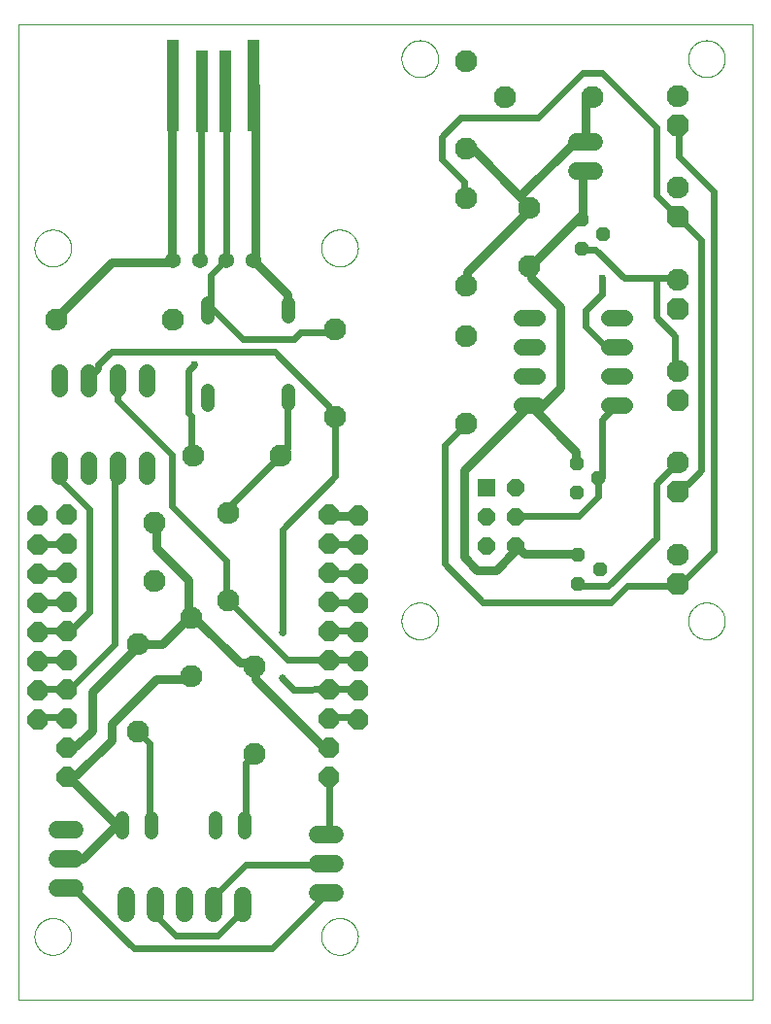
<source format=gtl>
G75*
%MOIN*%
%OFA0B0*%
%FSLAX25Y25*%
%IPPOS*%
%LPD*%
%AMOC8*
5,1,8,0,0,1.08239X$1,22.5*
%
%ADD10C,0.00000*%
%ADD11C,0.07600*%
%ADD12C,0.04800*%
%ADD13OC8,0.07000*%
%ADD14R,0.06000X0.06000*%
%ADD15OC8,0.06000*%
%ADD16C,0.06000*%
%ADD17OC8,0.07600*%
%ADD18OC8,0.04800*%
%ADD19C,0.05600*%
%ADD20R,0.03937X0.31811*%
%ADD21R,0.03937X0.27953*%
%ADD22C,0.05400*%
%ADD23C,0.03000*%
%ADD24C,0.02400*%
%ADD25C,0.02400*%
%ADD26C,0.02578*%
D10*
X0001000Y0001000D02*
X0001000Y0335646D01*
X0252969Y0335646D01*
X0252969Y0001000D01*
X0001000Y0001000D01*
X0006512Y0022654D02*
X0006514Y0022812D01*
X0006520Y0022970D01*
X0006530Y0023128D01*
X0006544Y0023286D01*
X0006562Y0023443D01*
X0006583Y0023600D01*
X0006609Y0023756D01*
X0006639Y0023912D01*
X0006672Y0024067D01*
X0006710Y0024220D01*
X0006751Y0024373D01*
X0006796Y0024525D01*
X0006845Y0024676D01*
X0006898Y0024825D01*
X0006954Y0024973D01*
X0007014Y0025119D01*
X0007078Y0025264D01*
X0007146Y0025407D01*
X0007217Y0025549D01*
X0007291Y0025689D01*
X0007369Y0025826D01*
X0007451Y0025962D01*
X0007535Y0026096D01*
X0007624Y0026227D01*
X0007715Y0026356D01*
X0007810Y0026483D01*
X0007907Y0026608D01*
X0008008Y0026730D01*
X0008112Y0026849D01*
X0008219Y0026966D01*
X0008329Y0027080D01*
X0008442Y0027191D01*
X0008557Y0027300D01*
X0008675Y0027405D01*
X0008796Y0027507D01*
X0008919Y0027607D01*
X0009045Y0027703D01*
X0009173Y0027796D01*
X0009303Y0027886D01*
X0009436Y0027972D01*
X0009571Y0028056D01*
X0009707Y0028135D01*
X0009846Y0028212D01*
X0009987Y0028284D01*
X0010129Y0028354D01*
X0010273Y0028419D01*
X0010419Y0028481D01*
X0010566Y0028539D01*
X0010715Y0028594D01*
X0010865Y0028645D01*
X0011016Y0028692D01*
X0011168Y0028735D01*
X0011321Y0028774D01*
X0011476Y0028810D01*
X0011631Y0028841D01*
X0011787Y0028869D01*
X0011943Y0028893D01*
X0012100Y0028913D01*
X0012258Y0028929D01*
X0012415Y0028941D01*
X0012574Y0028949D01*
X0012732Y0028953D01*
X0012890Y0028953D01*
X0013048Y0028949D01*
X0013207Y0028941D01*
X0013364Y0028929D01*
X0013522Y0028913D01*
X0013679Y0028893D01*
X0013835Y0028869D01*
X0013991Y0028841D01*
X0014146Y0028810D01*
X0014301Y0028774D01*
X0014454Y0028735D01*
X0014606Y0028692D01*
X0014757Y0028645D01*
X0014907Y0028594D01*
X0015056Y0028539D01*
X0015203Y0028481D01*
X0015349Y0028419D01*
X0015493Y0028354D01*
X0015635Y0028284D01*
X0015776Y0028212D01*
X0015915Y0028135D01*
X0016051Y0028056D01*
X0016186Y0027972D01*
X0016319Y0027886D01*
X0016449Y0027796D01*
X0016577Y0027703D01*
X0016703Y0027607D01*
X0016826Y0027507D01*
X0016947Y0027405D01*
X0017065Y0027300D01*
X0017180Y0027191D01*
X0017293Y0027080D01*
X0017403Y0026966D01*
X0017510Y0026849D01*
X0017614Y0026730D01*
X0017715Y0026608D01*
X0017812Y0026483D01*
X0017907Y0026356D01*
X0017998Y0026227D01*
X0018087Y0026096D01*
X0018171Y0025962D01*
X0018253Y0025826D01*
X0018331Y0025689D01*
X0018405Y0025549D01*
X0018476Y0025407D01*
X0018544Y0025264D01*
X0018608Y0025119D01*
X0018668Y0024973D01*
X0018724Y0024825D01*
X0018777Y0024676D01*
X0018826Y0024525D01*
X0018871Y0024373D01*
X0018912Y0024220D01*
X0018950Y0024067D01*
X0018983Y0023912D01*
X0019013Y0023756D01*
X0019039Y0023600D01*
X0019060Y0023443D01*
X0019078Y0023286D01*
X0019092Y0023128D01*
X0019102Y0022970D01*
X0019108Y0022812D01*
X0019110Y0022654D01*
X0019108Y0022496D01*
X0019102Y0022338D01*
X0019092Y0022180D01*
X0019078Y0022022D01*
X0019060Y0021865D01*
X0019039Y0021708D01*
X0019013Y0021552D01*
X0018983Y0021396D01*
X0018950Y0021241D01*
X0018912Y0021088D01*
X0018871Y0020935D01*
X0018826Y0020783D01*
X0018777Y0020632D01*
X0018724Y0020483D01*
X0018668Y0020335D01*
X0018608Y0020189D01*
X0018544Y0020044D01*
X0018476Y0019901D01*
X0018405Y0019759D01*
X0018331Y0019619D01*
X0018253Y0019482D01*
X0018171Y0019346D01*
X0018087Y0019212D01*
X0017998Y0019081D01*
X0017907Y0018952D01*
X0017812Y0018825D01*
X0017715Y0018700D01*
X0017614Y0018578D01*
X0017510Y0018459D01*
X0017403Y0018342D01*
X0017293Y0018228D01*
X0017180Y0018117D01*
X0017065Y0018008D01*
X0016947Y0017903D01*
X0016826Y0017801D01*
X0016703Y0017701D01*
X0016577Y0017605D01*
X0016449Y0017512D01*
X0016319Y0017422D01*
X0016186Y0017336D01*
X0016051Y0017252D01*
X0015915Y0017173D01*
X0015776Y0017096D01*
X0015635Y0017024D01*
X0015493Y0016954D01*
X0015349Y0016889D01*
X0015203Y0016827D01*
X0015056Y0016769D01*
X0014907Y0016714D01*
X0014757Y0016663D01*
X0014606Y0016616D01*
X0014454Y0016573D01*
X0014301Y0016534D01*
X0014146Y0016498D01*
X0013991Y0016467D01*
X0013835Y0016439D01*
X0013679Y0016415D01*
X0013522Y0016395D01*
X0013364Y0016379D01*
X0013207Y0016367D01*
X0013048Y0016359D01*
X0012890Y0016355D01*
X0012732Y0016355D01*
X0012574Y0016359D01*
X0012415Y0016367D01*
X0012258Y0016379D01*
X0012100Y0016395D01*
X0011943Y0016415D01*
X0011787Y0016439D01*
X0011631Y0016467D01*
X0011476Y0016498D01*
X0011321Y0016534D01*
X0011168Y0016573D01*
X0011016Y0016616D01*
X0010865Y0016663D01*
X0010715Y0016714D01*
X0010566Y0016769D01*
X0010419Y0016827D01*
X0010273Y0016889D01*
X0010129Y0016954D01*
X0009987Y0017024D01*
X0009846Y0017096D01*
X0009707Y0017173D01*
X0009571Y0017252D01*
X0009436Y0017336D01*
X0009303Y0017422D01*
X0009173Y0017512D01*
X0009045Y0017605D01*
X0008919Y0017701D01*
X0008796Y0017801D01*
X0008675Y0017903D01*
X0008557Y0018008D01*
X0008442Y0018117D01*
X0008329Y0018228D01*
X0008219Y0018342D01*
X0008112Y0018459D01*
X0008008Y0018578D01*
X0007907Y0018700D01*
X0007810Y0018825D01*
X0007715Y0018952D01*
X0007624Y0019081D01*
X0007535Y0019212D01*
X0007451Y0019346D01*
X0007369Y0019482D01*
X0007291Y0019619D01*
X0007217Y0019759D01*
X0007146Y0019901D01*
X0007078Y0020044D01*
X0007014Y0020189D01*
X0006954Y0020335D01*
X0006898Y0020483D01*
X0006845Y0020632D01*
X0006796Y0020783D01*
X0006751Y0020935D01*
X0006710Y0021088D01*
X0006672Y0021241D01*
X0006639Y0021396D01*
X0006609Y0021552D01*
X0006583Y0021708D01*
X0006562Y0021865D01*
X0006544Y0022022D01*
X0006530Y0022180D01*
X0006520Y0022338D01*
X0006514Y0022496D01*
X0006512Y0022654D01*
X0104937Y0022654D02*
X0104939Y0022812D01*
X0104945Y0022970D01*
X0104955Y0023128D01*
X0104969Y0023286D01*
X0104987Y0023443D01*
X0105008Y0023600D01*
X0105034Y0023756D01*
X0105064Y0023912D01*
X0105097Y0024067D01*
X0105135Y0024220D01*
X0105176Y0024373D01*
X0105221Y0024525D01*
X0105270Y0024676D01*
X0105323Y0024825D01*
X0105379Y0024973D01*
X0105439Y0025119D01*
X0105503Y0025264D01*
X0105571Y0025407D01*
X0105642Y0025549D01*
X0105716Y0025689D01*
X0105794Y0025826D01*
X0105876Y0025962D01*
X0105960Y0026096D01*
X0106049Y0026227D01*
X0106140Y0026356D01*
X0106235Y0026483D01*
X0106332Y0026608D01*
X0106433Y0026730D01*
X0106537Y0026849D01*
X0106644Y0026966D01*
X0106754Y0027080D01*
X0106867Y0027191D01*
X0106982Y0027300D01*
X0107100Y0027405D01*
X0107221Y0027507D01*
X0107344Y0027607D01*
X0107470Y0027703D01*
X0107598Y0027796D01*
X0107728Y0027886D01*
X0107861Y0027972D01*
X0107996Y0028056D01*
X0108132Y0028135D01*
X0108271Y0028212D01*
X0108412Y0028284D01*
X0108554Y0028354D01*
X0108698Y0028419D01*
X0108844Y0028481D01*
X0108991Y0028539D01*
X0109140Y0028594D01*
X0109290Y0028645D01*
X0109441Y0028692D01*
X0109593Y0028735D01*
X0109746Y0028774D01*
X0109901Y0028810D01*
X0110056Y0028841D01*
X0110212Y0028869D01*
X0110368Y0028893D01*
X0110525Y0028913D01*
X0110683Y0028929D01*
X0110840Y0028941D01*
X0110999Y0028949D01*
X0111157Y0028953D01*
X0111315Y0028953D01*
X0111473Y0028949D01*
X0111632Y0028941D01*
X0111789Y0028929D01*
X0111947Y0028913D01*
X0112104Y0028893D01*
X0112260Y0028869D01*
X0112416Y0028841D01*
X0112571Y0028810D01*
X0112726Y0028774D01*
X0112879Y0028735D01*
X0113031Y0028692D01*
X0113182Y0028645D01*
X0113332Y0028594D01*
X0113481Y0028539D01*
X0113628Y0028481D01*
X0113774Y0028419D01*
X0113918Y0028354D01*
X0114060Y0028284D01*
X0114201Y0028212D01*
X0114340Y0028135D01*
X0114476Y0028056D01*
X0114611Y0027972D01*
X0114744Y0027886D01*
X0114874Y0027796D01*
X0115002Y0027703D01*
X0115128Y0027607D01*
X0115251Y0027507D01*
X0115372Y0027405D01*
X0115490Y0027300D01*
X0115605Y0027191D01*
X0115718Y0027080D01*
X0115828Y0026966D01*
X0115935Y0026849D01*
X0116039Y0026730D01*
X0116140Y0026608D01*
X0116237Y0026483D01*
X0116332Y0026356D01*
X0116423Y0026227D01*
X0116512Y0026096D01*
X0116596Y0025962D01*
X0116678Y0025826D01*
X0116756Y0025689D01*
X0116830Y0025549D01*
X0116901Y0025407D01*
X0116969Y0025264D01*
X0117033Y0025119D01*
X0117093Y0024973D01*
X0117149Y0024825D01*
X0117202Y0024676D01*
X0117251Y0024525D01*
X0117296Y0024373D01*
X0117337Y0024220D01*
X0117375Y0024067D01*
X0117408Y0023912D01*
X0117438Y0023756D01*
X0117464Y0023600D01*
X0117485Y0023443D01*
X0117503Y0023286D01*
X0117517Y0023128D01*
X0117527Y0022970D01*
X0117533Y0022812D01*
X0117535Y0022654D01*
X0117533Y0022496D01*
X0117527Y0022338D01*
X0117517Y0022180D01*
X0117503Y0022022D01*
X0117485Y0021865D01*
X0117464Y0021708D01*
X0117438Y0021552D01*
X0117408Y0021396D01*
X0117375Y0021241D01*
X0117337Y0021088D01*
X0117296Y0020935D01*
X0117251Y0020783D01*
X0117202Y0020632D01*
X0117149Y0020483D01*
X0117093Y0020335D01*
X0117033Y0020189D01*
X0116969Y0020044D01*
X0116901Y0019901D01*
X0116830Y0019759D01*
X0116756Y0019619D01*
X0116678Y0019482D01*
X0116596Y0019346D01*
X0116512Y0019212D01*
X0116423Y0019081D01*
X0116332Y0018952D01*
X0116237Y0018825D01*
X0116140Y0018700D01*
X0116039Y0018578D01*
X0115935Y0018459D01*
X0115828Y0018342D01*
X0115718Y0018228D01*
X0115605Y0018117D01*
X0115490Y0018008D01*
X0115372Y0017903D01*
X0115251Y0017801D01*
X0115128Y0017701D01*
X0115002Y0017605D01*
X0114874Y0017512D01*
X0114744Y0017422D01*
X0114611Y0017336D01*
X0114476Y0017252D01*
X0114340Y0017173D01*
X0114201Y0017096D01*
X0114060Y0017024D01*
X0113918Y0016954D01*
X0113774Y0016889D01*
X0113628Y0016827D01*
X0113481Y0016769D01*
X0113332Y0016714D01*
X0113182Y0016663D01*
X0113031Y0016616D01*
X0112879Y0016573D01*
X0112726Y0016534D01*
X0112571Y0016498D01*
X0112416Y0016467D01*
X0112260Y0016439D01*
X0112104Y0016415D01*
X0111947Y0016395D01*
X0111789Y0016379D01*
X0111632Y0016367D01*
X0111473Y0016359D01*
X0111315Y0016355D01*
X0111157Y0016355D01*
X0110999Y0016359D01*
X0110840Y0016367D01*
X0110683Y0016379D01*
X0110525Y0016395D01*
X0110368Y0016415D01*
X0110212Y0016439D01*
X0110056Y0016467D01*
X0109901Y0016498D01*
X0109746Y0016534D01*
X0109593Y0016573D01*
X0109441Y0016616D01*
X0109290Y0016663D01*
X0109140Y0016714D01*
X0108991Y0016769D01*
X0108844Y0016827D01*
X0108698Y0016889D01*
X0108554Y0016954D01*
X0108412Y0017024D01*
X0108271Y0017096D01*
X0108132Y0017173D01*
X0107996Y0017252D01*
X0107861Y0017336D01*
X0107728Y0017422D01*
X0107598Y0017512D01*
X0107470Y0017605D01*
X0107344Y0017701D01*
X0107221Y0017801D01*
X0107100Y0017903D01*
X0106982Y0018008D01*
X0106867Y0018117D01*
X0106754Y0018228D01*
X0106644Y0018342D01*
X0106537Y0018459D01*
X0106433Y0018578D01*
X0106332Y0018700D01*
X0106235Y0018825D01*
X0106140Y0018952D01*
X0106049Y0019081D01*
X0105960Y0019212D01*
X0105876Y0019346D01*
X0105794Y0019482D01*
X0105716Y0019619D01*
X0105642Y0019759D01*
X0105571Y0019901D01*
X0105503Y0020044D01*
X0105439Y0020189D01*
X0105379Y0020335D01*
X0105323Y0020483D01*
X0105270Y0020632D01*
X0105221Y0020783D01*
X0105176Y0020935D01*
X0105135Y0021088D01*
X0105097Y0021241D01*
X0105064Y0021396D01*
X0105034Y0021552D01*
X0105008Y0021708D01*
X0104987Y0021865D01*
X0104969Y0022022D01*
X0104955Y0022180D01*
X0104945Y0022338D01*
X0104939Y0022496D01*
X0104937Y0022654D01*
X0132496Y0130921D02*
X0132498Y0131079D01*
X0132504Y0131237D01*
X0132514Y0131395D01*
X0132528Y0131553D01*
X0132546Y0131710D01*
X0132567Y0131867D01*
X0132593Y0132023D01*
X0132623Y0132179D01*
X0132656Y0132334D01*
X0132694Y0132487D01*
X0132735Y0132640D01*
X0132780Y0132792D01*
X0132829Y0132943D01*
X0132882Y0133092D01*
X0132938Y0133240D01*
X0132998Y0133386D01*
X0133062Y0133531D01*
X0133130Y0133674D01*
X0133201Y0133816D01*
X0133275Y0133956D01*
X0133353Y0134093D01*
X0133435Y0134229D01*
X0133519Y0134363D01*
X0133608Y0134494D01*
X0133699Y0134623D01*
X0133794Y0134750D01*
X0133891Y0134875D01*
X0133992Y0134997D01*
X0134096Y0135116D01*
X0134203Y0135233D01*
X0134313Y0135347D01*
X0134426Y0135458D01*
X0134541Y0135567D01*
X0134659Y0135672D01*
X0134780Y0135774D01*
X0134903Y0135874D01*
X0135029Y0135970D01*
X0135157Y0136063D01*
X0135287Y0136153D01*
X0135420Y0136239D01*
X0135555Y0136323D01*
X0135691Y0136402D01*
X0135830Y0136479D01*
X0135971Y0136551D01*
X0136113Y0136621D01*
X0136257Y0136686D01*
X0136403Y0136748D01*
X0136550Y0136806D01*
X0136699Y0136861D01*
X0136849Y0136912D01*
X0137000Y0136959D01*
X0137152Y0137002D01*
X0137305Y0137041D01*
X0137460Y0137077D01*
X0137615Y0137108D01*
X0137771Y0137136D01*
X0137927Y0137160D01*
X0138084Y0137180D01*
X0138242Y0137196D01*
X0138399Y0137208D01*
X0138558Y0137216D01*
X0138716Y0137220D01*
X0138874Y0137220D01*
X0139032Y0137216D01*
X0139191Y0137208D01*
X0139348Y0137196D01*
X0139506Y0137180D01*
X0139663Y0137160D01*
X0139819Y0137136D01*
X0139975Y0137108D01*
X0140130Y0137077D01*
X0140285Y0137041D01*
X0140438Y0137002D01*
X0140590Y0136959D01*
X0140741Y0136912D01*
X0140891Y0136861D01*
X0141040Y0136806D01*
X0141187Y0136748D01*
X0141333Y0136686D01*
X0141477Y0136621D01*
X0141619Y0136551D01*
X0141760Y0136479D01*
X0141899Y0136402D01*
X0142035Y0136323D01*
X0142170Y0136239D01*
X0142303Y0136153D01*
X0142433Y0136063D01*
X0142561Y0135970D01*
X0142687Y0135874D01*
X0142810Y0135774D01*
X0142931Y0135672D01*
X0143049Y0135567D01*
X0143164Y0135458D01*
X0143277Y0135347D01*
X0143387Y0135233D01*
X0143494Y0135116D01*
X0143598Y0134997D01*
X0143699Y0134875D01*
X0143796Y0134750D01*
X0143891Y0134623D01*
X0143982Y0134494D01*
X0144071Y0134363D01*
X0144155Y0134229D01*
X0144237Y0134093D01*
X0144315Y0133956D01*
X0144389Y0133816D01*
X0144460Y0133674D01*
X0144528Y0133531D01*
X0144592Y0133386D01*
X0144652Y0133240D01*
X0144708Y0133092D01*
X0144761Y0132943D01*
X0144810Y0132792D01*
X0144855Y0132640D01*
X0144896Y0132487D01*
X0144934Y0132334D01*
X0144967Y0132179D01*
X0144997Y0132023D01*
X0145023Y0131867D01*
X0145044Y0131710D01*
X0145062Y0131553D01*
X0145076Y0131395D01*
X0145086Y0131237D01*
X0145092Y0131079D01*
X0145094Y0130921D01*
X0145092Y0130763D01*
X0145086Y0130605D01*
X0145076Y0130447D01*
X0145062Y0130289D01*
X0145044Y0130132D01*
X0145023Y0129975D01*
X0144997Y0129819D01*
X0144967Y0129663D01*
X0144934Y0129508D01*
X0144896Y0129355D01*
X0144855Y0129202D01*
X0144810Y0129050D01*
X0144761Y0128899D01*
X0144708Y0128750D01*
X0144652Y0128602D01*
X0144592Y0128456D01*
X0144528Y0128311D01*
X0144460Y0128168D01*
X0144389Y0128026D01*
X0144315Y0127886D01*
X0144237Y0127749D01*
X0144155Y0127613D01*
X0144071Y0127479D01*
X0143982Y0127348D01*
X0143891Y0127219D01*
X0143796Y0127092D01*
X0143699Y0126967D01*
X0143598Y0126845D01*
X0143494Y0126726D01*
X0143387Y0126609D01*
X0143277Y0126495D01*
X0143164Y0126384D01*
X0143049Y0126275D01*
X0142931Y0126170D01*
X0142810Y0126068D01*
X0142687Y0125968D01*
X0142561Y0125872D01*
X0142433Y0125779D01*
X0142303Y0125689D01*
X0142170Y0125603D01*
X0142035Y0125519D01*
X0141899Y0125440D01*
X0141760Y0125363D01*
X0141619Y0125291D01*
X0141477Y0125221D01*
X0141333Y0125156D01*
X0141187Y0125094D01*
X0141040Y0125036D01*
X0140891Y0124981D01*
X0140741Y0124930D01*
X0140590Y0124883D01*
X0140438Y0124840D01*
X0140285Y0124801D01*
X0140130Y0124765D01*
X0139975Y0124734D01*
X0139819Y0124706D01*
X0139663Y0124682D01*
X0139506Y0124662D01*
X0139348Y0124646D01*
X0139191Y0124634D01*
X0139032Y0124626D01*
X0138874Y0124622D01*
X0138716Y0124622D01*
X0138558Y0124626D01*
X0138399Y0124634D01*
X0138242Y0124646D01*
X0138084Y0124662D01*
X0137927Y0124682D01*
X0137771Y0124706D01*
X0137615Y0124734D01*
X0137460Y0124765D01*
X0137305Y0124801D01*
X0137152Y0124840D01*
X0137000Y0124883D01*
X0136849Y0124930D01*
X0136699Y0124981D01*
X0136550Y0125036D01*
X0136403Y0125094D01*
X0136257Y0125156D01*
X0136113Y0125221D01*
X0135971Y0125291D01*
X0135830Y0125363D01*
X0135691Y0125440D01*
X0135555Y0125519D01*
X0135420Y0125603D01*
X0135287Y0125689D01*
X0135157Y0125779D01*
X0135029Y0125872D01*
X0134903Y0125968D01*
X0134780Y0126068D01*
X0134659Y0126170D01*
X0134541Y0126275D01*
X0134426Y0126384D01*
X0134313Y0126495D01*
X0134203Y0126609D01*
X0134096Y0126726D01*
X0133992Y0126845D01*
X0133891Y0126967D01*
X0133794Y0127092D01*
X0133699Y0127219D01*
X0133608Y0127348D01*
X0133519Y0127479D01*
X0133435Y0127613D01*
X0133353Y0127749D01*
X0133275Y0127886D01*
X0133201Y0128026D01*
X0133130Y0128168D01*
X0133062Y0128311D01*
X0132998Y0128456D01*
X0132938Y0128602D01*
X0132882Y0128750D01*
X0132829Y0128899D01*
X0132780Y0129050D01*
X0132735Y0129202D01*
X0132694Y0129355D01*
X0132656Y0129508D01*
X0132623Y0129663D01*
X0132593Y0129819D01*
X0132567Y0129975D01*
X0132546Y0130132D01*
X0132528Y0130289D01*
X0132514Y0130447D01*
X0132504Y0130605D01*
X0132498Y0130763D01*
X0132496Y0130921D01*
X0104937Y0258874D02*
X0104939Y0259032D01*
X0104945Y0259190D01*
X0104955Y0259348D01*
X0104969Y0259506D01*
X0104987Y0259663D01*
X0105008Y0259820D01*
X0105034Y0259976D01*
X0105064Y0260132D01*
X0105097Y0260287D01*
X0105135Y0260440D01*
X0105176Y0260593D01*
X0105221Y0260745D01*
X0105270Y0260896D01*
X0105323Y0261045D01*
X0105379Y0261193D01*
X0105439Y0261339D01*
X0105503Y0261484D01*
X0105571Y0261627D01*
X0105642Y0261769D01*
X0105716Y0261909D01*
X0105794Y0262046D01*
X0105876Y0262182D01*
X0105960Y0262316D01*
X0106049Y0262447D01*
X0106140Y0262576D01*
X0106235Y0262703D01*
X0106332Y0262828D01*
X0106433Y0262950D01*
X0106537Y0263069D01*
X0106644Y0263186D01*
X0106754Y0263300D01*
X0106867Y0263411D01*
X0106982Y0263520D01*
X0107100Y0263625D01*
X0107221Y0263727D01*
X0107344Y0263827D01*
X0107470Y0263923D01*
X0107598Y0264016D01*
X0107728Y0264106D01*
X0107861Y0264192D01*
X0107996Y0264276D01*
X0108132Y0264355D01*
X0108271Y0264432D01*
X0108412Y0264504D01*
X0108554Y0264574D01*
X0108698Y0264639D01*
X0108844Y0264701D01*
X0108991Y0264759D01*
X0109140Y0264814D01*
X0109290Y0264865D01*
X0109441Y0264912D01*
X0109593Y0264955D01*
X0109746Y0264994D01*
X0109901Y0265030D01*
X0110056Y0265061D01*
X0110212Y0265089D01*
X0110368Y0265113D01*
X0110525Y0265133D01*
X0110683Y0265149D01*
X0110840Y0265161D01*
X0110999Y0265169D01*
X0111157Y0265173D01*
X0111315Y0265173D01*
X0111473Y0265169D01*
X0111632Y0265161D01*
X0111789Y0265149D01*
X0111947Y0265133D01*
X0112104Y0265113D01*
X0112260Y0265089D01*
X0112416Y0265061D01*
X0112571Y0265030D01*
X0112726Y0264994D01*
X0112879Y0264955D01*
X0113031Y0264912D01*
X0113182Y0264865D01*
X0113332Y0264814D01*
X0113481Y0264759D01*
X0113628Y0264701D01*
X0113774Y0264639D01*
X0113918Y0264574D01*
X0114060Y0264504D01*
X0114201Y0264432D01*
X0114340Y0264355D01*
X0114476Y0264276D01*
X0114611Y0264192D01*
X0114744Y0264106D01*
X0114874Y0264016D01*
X0115002Y0263923D01*
X0115128Y0263827D01*
X0115251Y0263727D01*
X0115372Y0263625D01*
X0115490Y0263520D01*
X0115605Y0263411D01*
X0115718Y0263300D01*
X0115828Y0263186D01*
X0115935Y0263069D01*
X0116039Y0262950D01*
X0116140Y0262828D01*
X0116237Y0262703D01*
X0116332Y0262576D01*
X0116423Y0262447D01*
X0116512Y0262316D01*
X0116596Y0262182D01*
X0116678Y0262046D01*
X0116756Y0261909D01*
X0116830Y0261769D01*
X0116901Y0261627D01*
X0116969Y0261484D01*
X0117033Y0261339D01*
X0117093Y0261193D01*
X0117149Y0261045D01*
X0117202Y0260896D01*
X0117251Y0260745D01*
X0117296Y0260593D01*
X0117337Y0260440D01*
X0117375Y0260287D01*
X0117408Y0260132D01*
X0117438Y0259976D01*
X0117464Y0259820D01*
X0117485Y0259663D01*
X0117503Y0259506D01*
X0117517Y0259348D01*
X0117527Y0259190D01*
X0117533Y0259032D01*
X0117535Y0258874D01*
X0117533Y0258716D01*
X0117527Y0258558D01*
X0117517Y0258400D01*
X0117503Y0258242D01*
X0117485Y0258085D01*
X0117464Y0257928D01*
X0117438Y0257772D01*
X0117408Y0257616D01*
X0117375Y0257461D01*
X0117337Y0257308D01*
X0117296Y0257155D01*
X0117251Y0257003D01*
X0117202Y0256852D01*
X0117149Y0256703D01*
X0117093Y0256555D01*
X0117033Y0256409D01*
X0116969Y0256264D01*
X0116901Y0256121D01*
X0116830Y0255979D01*
X0116756Y0255839D01*
X0116678Y0255702D01*
X0116596Y0255566D01*
X0116512Y0255432D01*
X0116423Y0255301D01*
X0116332Y0255172D01*
X0116237Y0255045D01*
X0116140Y0254920D01*
X0116039Y0254798D01*
X0115935Y0254679D01*
X0115828Y0254562D01*
X0115718Y0254448D01*
X0115605Y0254337D01*
X0115490Y0254228D01*
X0115372Y0254123D01*
X0115251Y0254021D01*
X0115128Y0253921D01*
X0115002Y0253825D01*
X0114874Y0253732D01*
X0114744Y0253642D01*
X0114611Y0253556D01*
X0114476Y0253472D01*
X0114340Y0253393D01*
X0114201Y0253316D01*
X0114060Y0253244D01*
X0113918Y0253174D01*
X0113774Y0253109D01*
X0113628Y0253047D01*
X0113481Y0252989D01*
X0113332Y0252934D01*
X0113182Y0252883D01*
X0113031Y0252836D01*
X0112879Y0252793D01*
X0112726Y0252754D01*
X0112571Y0252718D01*
X0112416Y0252687D01*
X0112260Y0252659D01*
X0112104Y0252635D01*
X0111947Y0252615D01*
X0111789Y0252599D01*
X0111632Y0252587D01*
X0111473Y0252579D01*
X0111315Y0252575D01*
X0111157Y0252575D01*
X0110999Y0252579D01*
X0110840Y0252587D01*
X0110683Y0252599D01*
X0110525Y0252615D01*
X0110368Y0252635D01*
X0110212Y0252659D01*
X0110056Y0252687D01*
X0109901Y0252718D01*
X0109746Y0252754D01*
X0109593Y0252793D01*
X0109441Y0252836D01*
X0109290Y0252883D01*
X0109140Y0252934D01*
X0108991Y0252989D01*
X0108844Y0253047D01*
X0108698Y0253109D01*
X0108554Y0253174D01*
X0108412Y0253244D01*
X0108271Y0253316D01*
X0108132Y0253393D01*
X0107996Y0253472D01*
X0107861Y0253556D01*
X0107728Y0253642D01*
X0107598Y0253732D01*
X0107470Y0253825D01*
X0107344Y0253921D01*
X0107221Y0254021D01*
X0107100Y0254123D01*
X0106982Y0254228D01*
X0106867Y0254337D01*
X0106754Y0254448D01*
X0106644Y0254562D01*
X0106537Y0254679D01*
X0106433Y0254798D01*
X0106332Y0254920D01*
X0106235Y0255045D01*
X0106140Y0255172D01*
X0106049Y0255301D01*
X0105960Y0255432D01*
X0105876Y0255566D01*
X0105794Y0255702D01*
X0105716Y0255839D01*
X0105642Y0255979D01*
X0105571Y0256121D01*
X0105503Y0256264D01*
X0105439Y0256409D01*
X0105379Y0256555D01*
X0105323Y0256703D01*
X0105270Y0256852D01*
X0105221Y0257003D01*
X0105176Y0257155D01*
X0105135Y0257308D01*
X0105097Y0257461D01*
X0105064Y0257616D01*
X0105034Y0257772D01*
X0105008Y0257928D01*
X0104987Y0258085D01*
X0104969Y0258242D01*
X0104955Y0258400D01*
X0104945Y0258558D01*
X0104939Y0258716D01*
X0104937Y0258874D01*
X0132496Y0323835D02*
X0132498Y0323993D01*
X0132504Y0324151D01*
X0132514Y0324309D01*
X0132528Y0324467D01*
X0132546Y0324624D01*
X0132567Y0324781D01*
X0132593Y0324937D01*
X0132623Y0325093D01*
X0132656Y0325248D01*
X0132694Y0325401D01*
X0132735Y0325554D01*
X0132780Y0325706D01*
X0132829Y0325857D01*
X0132882Y0326006D01*
X0132938Y0326154D01*
X0132998Y0326300D01*
X0133062Y0326445D01*
X0133130Y0326588D01*
X0133201Y0326730D01*
X0133275Y0326870D01*
X0133353Y0327007D01*
X0133435Y0327143D01*
X0133519Y0327277D01*
X0133608Y0327408D01*
X0133699Y0327537D01*
X0133794Y0327664D01*
X0133891Y0327789D01*
X0133992Y0327911D01*
X0134096Y0328030D01*
X0134203Y0328147D01*
X0134313Y0328261D01*
X0134426Y0328372D01*
X0134541Y0328481D01*
X0134659Y0328586D01*
X0134780Y0328688D01*
X0134903Y0328788D01*
X0135029Y0328884D01*
X0135157Y0328977D01*
X0135287Y0329067D01*
X0135420Y0329153D01*
X0135555Y0329237D01*
X0135691Y0329316D01*
X0135830Y0329393D01*
X0135971Y0329465D01*
X0136113Y0329535D01*
X0136257Y0329600D01*
X0136403Y0329662D01*
X0136550Y0329720D01*
X0136699Y0329775D01*
X0136849Y0329826D01*
X0137000Y0329873D01*
X0137152Y0329916D01*
X0137305Y0329955D01*
X0137460Y0329991D01*
X0137615Y0330022D01*
X0137771Y0330050D01*
X0137927Y0330074D01*
X0138084Y0330094D01*
X0138242Y0330110D01*
X0138399Y0330122D01*
X0138558Y0330130D01*
X0138716Y0330134D01*
X0138874Y0330134D01*
X0139032Y0330130D01*
X0139191Y0330122D01*
X0139348Y0330110D01*
X0139506Y0330094D01*
X0139663Y0330074D01*
X0139819Y0330050D01*
X0139975Y0330022D01*
X0140130Y0329991D01*
X0140285Y0329955D01*
X0140438Y0329916D01*
X0140590Y0329873D01*
X0140741Y0329826D01*
X0140891Y0329775D01*
X0141040Y0329720D01*
X0141187Y0329662D01*
X0141333Y0329600D01*
X0141477Y0329535D01*
X0141619Y0329465D01*
X0141760Y0329393D01*
X0141899Y0329316D01*
X0142035Y0329237D01*
X0142170Y0329153D01*
X0142303Y0329067D01*
X0142433Y0328977D01*
X0142561Y0328884D01*
X0142687Y0328788D01*
X0142810Y0328688D01*
X0142931Y0328586D01*
X0143049Y0328481D01*
X0143164Y0328372D01*
X0143277Y0328261D01*
X0143387Y0328147D01*
X0143494Y0328030D01*
X0143598Y0327911D01*
X0143699Y0327789D01*
X0143796Y0327664D01*
X0143891Y0327537D01*
X0143982Y0327408D01*
X0144071Y0327277D01*
X0144155Y0327143D01*
X0144237Y0327007D01*
X0144315Y0326870D01*
X0144389Y0326730D01*
X0144460Y0326588D01*
X0144528Y0326445D01*
X0144592Y0326300D01*
X0144652Y0326154D01*
X0144708Y0326006D01*
X0144761Y0325857D01*
X0144810Y0325706D01*
X0144855Y0325554D01*
X0144896Y0325401D01*
X0144934Y0325248D01*
X0144967Y0325093D01*
X0144997Y0324937D01*
X0145023Y0324781D01*
X0145044Y0324624D01*
X0145062Y0324467D01*
X0145076Y0324309D01*
X0145086Y0324151D01*
X0145092Y0323993D01*
X0145094Y0323835D01*
X0145092Y0323677D01*
X0145086Y0323519D01*
X0145076Y0323361D01*
X0145062Y0323203D01*
X0145044Y0323046D01*
X0145023Y0322889D01*
X0144997Y0322733D01*
X0144967Y0322577D01*
X0144934Y0322422D01*
X0144896Y0322269D01*
X0144855Y0322116D01*
X0144810Y0321964D01*
X0144761Y0321813D01*
X0144708Y0321664D01*
X0144652Y0321516D01*
X0144592Y0321370D01*
X0144528Y0321225D01*
X0144460Y0321082D01*
X0144389Y0320940D01*
X0144315Y0320800D01*
X0144237Y0320663D01*
X0144155Y0320527D01*
X0144071Y0320393D01*
X0143982Y0320262D01*
X0143891Y0320133D01*
X0143796Y0320006D01*
X0143699Y0319881D01*
X0143598Y0319759D01*
X0143494Y0319640D01*
X0143387Y0319523D01*
X0143277Y0319409D01*
X0143164Y0319298D01*
X0143049Y0319189D01*
X0142931Y0319084D01*
X0142810Y0318982D01*
X0142687Y0318882D01*
X0142561Y0318786D01*
X0142433Y0318693D01*
X0142303Y0318603D01*
X0142170Y0318517D01*
X0142035Y0318433D01*
X0141899Y0318354D01*
X0141760Y0318277D01*
X0141619Y0318205D01*
X0141477Y0318135D01*
X0141333Y0318070D01*
X0141187Y0318008D01*
X0141040Y0317950D01*
X0140891Y0317895D01*
X0140741Y0317844D01*
X0140590Y0317797D01*
X0140438Y0317754D01*
X0140285Y0317715D01*
X0140130Y0317679D01*
X0139975Y0317648D01*
X0139819Y0317620D01*
X0139663Y0317596D01*
X0139506Y0317576D01*
X0139348Y0317560D01*
X0139191Y0317548D01*
X0139032Y0317540D01*
X0138874Y0317536D01*
X0138716Y0317536D01*
X0138558Y0317540D01*
X0138399Y0317548D01*
X0138242Y0317560D01*
X0138084Y0317576D01*
X0137927Y0317596D01*
X0137771Y0317620D01*
X0137615Y0317648D01*
X0137460Y0317679D01*
X0137305Y0317715D01*
X0137152Y0317754D01*
X0137000Y0317797D01*
X0136849Y0317844D01*
X0136699Y0317895D01*
X0136550Y0317950D01*
X0136403Y0318008D01*
X0136257Y0318070D01*
X0136113Y0318135D01*
X0135971Y0318205D01*
X0135830Y0318277D01*
X0135691Y0318354D01*
X0135555Y0318433D01*
X0135420Y0318517D01*
X0135287Y0318603D01*
X0135157Y0318693D01*
X0135029Y0318786D01*
X0134903Y0318882D01*
X0134780Y0318982D01*
X0134659Y0319084D01*
X0134541Y0319189D01*
X0134426Y0319298D01*
X0134313Y0319409D01*
X0134203Y0319523D01*
X0134096Y0319640D01*
X0133992Y0319759D01*
X0133891Y0319881D01*
X0133794Y0320006D01*
X0133699Y0320133D01*
X0133608Y0320262D01*
X0133519Y0320393D01*
X0133435Y0320527D01*
X0133353Y0320663D01*
X0133275Y0320800D01*
X0133201Y0320940D01*
X0133130Y0321082D01*
X0133062Y0321225D01*
X0132998Y0321370D01*
X0132938Y0321516D01*
X0132882Y0321664D01*
X0132829Y0321813D01*
X0132780Y0321964D01*
X0132735Y0322116D01*
X0132694Y0322269D01*
X0132656Y0322422D01*
X0132623Y0322577D01*
X0132593Y0322733D01*
X0132567Y0322889D01*
X0132546Y0323046D01*
X0132528Y0323203D01*
X0132514Y0323361D01*
X0132504Y0323519D01*
X0132498Y0323677D01*
X0132496Y0323835D01*
X0230921Y0323835D02*
X0230923Y0323993D01*
X0230929Y0324151D01*
X0230939Y0324309D01*
X0230953Y0324467D01*
X0230971Y0324624D01*
X0230992Y0324781D01*
X0231018Y0324937D01*
X0231048Y0325093D01*
X0231081Y0325248D01*
X0231119Y0325401D01*
X0231160Y0325554D01*
X0231205Y0325706D01*
X0231254Y0325857D01*
X0231307Y0326006D01*
X0231363Y0326154D01*
X0231423Y0326300D01*
X0231487Y0326445D01*
X0231555Y0326588D01*
X0231626Y0326730D01*
X0231700Y0326870D01*
X0231778Y0327007D01*
X0231860Y0327143D01*
X0231944Y0327277D01*
X0232033Y0327408D01*
X0232124Y0327537D01*
X0232219Y0327664D01*
X0232316Y0327789D01*
X0232417Y0327911D01*
X0232521Y0328030D01*
X0232628Y0328147D01*
X0232738Y0328261D01*
X0232851Y0328372D01*
X0232966Y0328481D01*
X0233084Y0328586D01*
X0233205Y0328688D01*
X0233328Y0328788D01*
X0233454Y0328884D01*
X0233582Y0328977D01*
X0233712Y0329067D01*
X0233845Y0329153D01*
X0233980Y0329237D01*
X0234116Y0329316D01*
X0234255Y0329393D01*
X0234396Y0329465D01*
X0234538Y0329535D01*
X0234682Y0329600D01*
X0234828Y0329662D01*
X0234975Y0329720D01*
X0235124Y0329775D01*
X0235274Y0329826D01*
X0235425Y0329873D01*
X0235577Y0329916D01*
X0235730Y0329955D01*
X0235885Y0329991D01*
X0236040Y0330022D01*
X0236196Y0330050D01*
X0236352Y0330074D01*
X0236509Y0330094D01*
X0236667Y0330110D01*
X0236824Y0330122D01*
X0236983Y0330130D01*
X0237141Y0330134D01*
X0237299Y0330134D01*
X0237457Y0330130D01*
X0237616Y0330122D01*
X0237773Y0330110D01*
X0237931Y0330094D01*
X0238088Y0330074D01*
X0238244Y0330050D01*
X0238400Y0330022D01*
X0238555Y0329991D01*
X0238710Y0329955D01*
X0238863Y0329916D01*
X0239015Y0329873D01*
X0239166Y0329826D01*
X0239316Y0329775D01*
X0239465Y0329720D01*
X0239612Y0329662D01*
X0239758Y0329600D01*
X0239902Y0329535D01*
X0240044Y0329465D01*
X0240185Y0329393D01*
X0240324Y0329316D01*
X0240460Y0329237D01*
X0240595Y0329153D01*
X0240728Y0329067D01*
X0240858Y0328977D01*
X0240986Y0328884D01*
X0241112Y0328788D01*
X0241235Y0328688D01*
X0241356Y0328586D01*
X0241474Y0328481D01*
X0241589Y0328372D01*
X0241702Y0328261D01*
X0241812Y0328147D01*
X0241919Y0328030D01*
X0242023Y0327911D01*
X0242124Y0327789D01*
X0242221Y0327664D01*
X0242316Y0327537D01*
X0242407Y0327408D01*
X0242496Y0327277D01*
X0242580Y0327143D01*
X0242662Y0327007D01*
X0242740Y0326870D01*
X0242814Y0326730D01*
X0242885Y0326588D01*
X0242953Y0326445D01*
X0243017Y0326300D01*
X0243077Y0326154D01*
X0243133Y0326006D01*
X0243186Y0325857D01*
X0243235Y0325706D01*
X0243280Y0325554D01*
X0243321Y0325401D01*
X0243359Y0325248D01*
X0243392Y0325093D01*
X0243422Y0324937D01*
X0243448Y0324781D01*
X0243469Y0324624D01*
X0243487Y0324467D01*
X0243501Y0324309D01*
X0243511Y0324151D01*
X0243517Y0323993D01*
X0243519Y0323835D01*
X0243517Y0323677D01*
X0243511Y0323519D01*
X0243501Y0323361D01*
X0243487Y0323203D01*
X0243469Y0323046D01*
X0243448Y0322889D01*
X0243422Y0322733D01*
X0243392Y0322577D01*
X0243359Y0322422D01*
X0243321Y0322269D01*
X0243280Y0322116D01*
X0243235Y0321964D01*
X0243186Y0321813D01*
X0243133Y0321664D01*
X0243077Y0321516D01*
X0243017Y0321370D01*
X0242953Y0321225D01*
X0242885Y0321082D01*
X0242814Y0320940D01*
X0242740Y0320800D01*
X0242662Y0320663D01*
X0242580Y0320527D01*
X0242496Y0320393D01*
X0242407Y0320262D01*
X0242316Y0320133D01*
X0242221Y0320006D01*
X0242124Y0319881D01*
X0242023Y0319759D01*
X0241919Y0319640D01*
X0241812Y0319523D01*
X0241702Y0319409D01*
X0241589Y0319298D01*
X0241474Y0319189D01*
X0241356Y0319084D01*
X0241235Y0318982D01*
X0241112Y0318882D01*
X0240986Y0318786D01*
X0240858Y0318693D01*
X0240728Y0318603D01*
X0240595Y0318517D01*
X0240460Y0318433D01*
X0240324Y0318354D01*
X0240185Y0318277D01*
X0240044Y0318205D01*
X0239902Y0318135D01*
X0239758Y0318070D01*
X0239612Y0318008D01*
X0239465Y0317950D01*
X0239316Y0317895D01*
X0239166Y0317844D01*
X0239015Y0317797D01*
X0238863Y0317754D01*
X0238710Y0317715D01*
X0238555Y0317679D01*
X0238400Y0317648D01*
X0238244Y0317620D01*
X0238088Y0317596D01*
X0237931Y0317576D01*
X0237773Y0317560D01*
X0237616Y0317548D01*
X0237457Y0317540D01*
X0237299Y0317536D01*
X0237141Y0317536D01*
X0236983Y0317540D01*
X0236824Y0317548D01*
X0236667Y0317560D01*
X0236509Y0317576D01*
X0236352Y0317596D01*
X0236196Y0317620D01*
X0236040Y0317648D01*
X0235885Y0317679D01*
X0235730Y0317715D01*
X0235577Y0317754D01*
X0235425Y0317797D01*
X0235274Y0317844D01*
X0235124Y0317895D01*
X0234975Y0317950D01*
X0234828Y0318008D01*
X0234682Y0318070D01*
X0234538Y0318135D01*
X0234396Y0318205D01*
X0234255Y0318277D01*
X0234116Y0318354D01*
X0233980Y0318433D01*
X0233845Y0318517D01*
X0233712Y0318603D01*
X0233582Y0318693D01*
X0233454Y0318786D01*
X0233328Y0318882D01*
X0233205Y0318982D01*
X0233084Y0319084D01*
X0232966Y0319189D01*
X0232851Y0319298D01*
X0232738Y0319409D01*
X0232628Y0319523D01*
X0232521Y0319640D01*
X0232417Y0319759D01*
X0232316Y0319881D01*
X0232219Y0320006D01*
X0232124Y0320133D01*
X0232033Y0320262D01*
X0231944Y0320393D01*
X0231860Y0320527D01*
X0231778Y0320663D01*
X0231700Y0320800D01*
X0231626Y0320940D01*
X0231555Y0321082D01*
X0231487Y0321225D01*
X0231423Y0321370D01*
X0231363Y0321516D01*
X0231307Y0321664D01*
X0231254Y0321813D01*
X0231205Y0321964D01*
X0231160Y0322116D01*
X0231119Y0322269D01*
X0231081Y0322422D01*
X0231048Y0322577D01*
X0231018Y0322733D01*
X0230992Y0322889D01*
X0230971Y0323046D01*
X0230953Y0323203D01*
X0230939Y0323361D01*
X0230929Y0323519D01*
X0230923Y0323677D01*
X0230921Y0323835D01*
X0230921Y0130921D02*
X0230923Y0131079D01*
X0230929Y0131237D01*
X0230939Y0131395D01*
X0230953Y0131553D01*
X0230971Y0131710D01*
X0230992Y0131867D01*
X0231018Y0132023D01*
X0231048Y0132179D01*
X0231081Y0132334D01*
X0231119Y0132487D01*
X0231160Y0132640D01*
X0231205Y0132792D01*
X0231254Y0132943D01*
X0231307Y0133092D01*
X0231363Y0133240D01*
X0231423Y0133386D01*
X0231487Y0133531D01*
X0231555Y0133674D01*
X0231626Y0133816D01*
X0231700Y0133956D01*
X0231778Y0134093D01*
X0231860Y0134229D01*
X0231944Y0134363D01*
X0232033Y0134494D01*
X0232124Y0134623D01*
X0232219Y0134750D01*
X0232316Y0134875D01*
X0232417Y0134997D01*
X0232521Y0135116D01*
X0232628Y0135233D01*
X0232738Y0135347D01*
X0232851Y0135458D01*
X0232966Y0135567D01*
X0233084Y0135672D01*
X0233205Y0135774D01*
X0233328Y0135874D01*
X0233454Y0135970D01*
X0233582Y0136063D01*
X0233712Y0136153D01*
X0233845Y0136239D01*
X0233980Y0136323D01*
X0234116Y0136402D01*
X0234255Y0136479D01*
X0234396Y0136551D01*
X0234538Y0136621D01*
X0234682Y0136686D01*
X0234828Y0136748D01*
X0234975Y0136806D01*
X0235124Y0136861D01*
X0235274Y0136912D01*
X0235425Y0136959D01*
X0235577Y0137002D01*
X0235730Y0137041D01*
X0235885Y0137077D01*
X0236040Y0137108D01*
X0236196Y0137136D01*
X0236352Y0137160D01*
X0236509Y0137180D01*
X0236667Y0137196D01*
X0236824Y0137208D01*
X0236983Y0137216D01*
X0237141Y0137220D01*
X0237299Y0137220D01*
X0237457Y0137216D01*
X0237616Y0137208D01*
X0237773Y0137196D01*
X0237931Y0137180D01*
X0238088Y0137160D01*
X0238244Y0137136D01*
X0238400Y0137108D01*
X0238555Y0137077D01*
X0238710Y0137041D01*
X0238863Y0137002D01*
X0239015Y0136959D01*
X0239166Y0136912D01*
X0239316Y0136861D01*
X0239465Y0136806D01*
X0239612Y0136748D01*
X0239758Y0136686D01*
X0239902Y0136621D01*
X0240044Y0136551D01*
X0240185Y0136479D01*
X0240324Y0136402D01*
X0240460Y0136323D01*
X0240595Y0136239D01*
X0240728Y0136153D01*
X0240858Y0136063D01*
X0240986Y0135970D01*
X0241112Y0135874D01*
X0241235Y0135774D01*
X0241356Y0135672D01*
X0241474Y0135567D01*
X0241589Y0135458D01*
X0241702Y0135347D01*
X0241812Y0135233D01*
X0241919Y0135116D01*
X0242023Y0134997D01*
X0242124Y0134875D01*
X0242221Y0134750D01*
X0242316Y0134623D01*
X0242407Y0134494D01*
X0242496Y0134363D01*
X0242580Y0134229D01*
X0242662Y0134093D01*
X0242740Y0133956D01*
X0242814Y0133816D01*
X0242885Y0133674D01*
X0242953Y0133531D01*
X0243017Y0133386D01*
X0243077Y0133240D01*
X0243133Y0133092D01*
X0243186Y0132943D01*
X0243235Y0132792D01*
X0243280Y0132640D01*
X0243321Y0132487D01*
X0243359Y0132334D01*
X0243392Y0132179D01*
X0243422Y0132023D01*
X0243448Y0131867D01*
X0243469Y0131710D01*
X0243487Y0131553D01*
X0243501Y0131395D01*
X0243511Y0131237D01*
X0243517Y0131079D01*
X0243519Y0130921D01*
X0243517Y0130763D01*
X0243511Y0130605D01*
X0243501Y0130447D01*
X0243487Y0130289D01*
X0243469Y0130132D01*
X0243448Y0129975D01*
X0243422Y0129819D01*
X0243392Y0129663D01*
X0243359Y0129508D01*
X0243321Y0129355D01*
X0243280Y0129202D01*
X0243235Y0129050D01*
X0243186Y0128899D01*
X0243133Y0128750D01*
X0243077Y0128602D01*
X0243017Y0128456D01*
X0242953Y0128311D01*
X0242885Y0128168D01*
X0242814Y0128026D01*
X0242740Y0127886D01*
X0242662Y0127749D01*
X0242580Y0127613D01*
X0242496Y0127479D01*
X0242407Y0127348D01*
X0242316Y0127219D01*
X0242221Y0127092D01*
X0242124Y0126967D01*
X0242023Y0126845D01*
X0241919Y0126726D01*
X0241812Y0126609D01*
X0241702Y0126495D01*
X0241589Y0126384D01*
X0241474Y0126275D01*
X0241356Y0126170D01*
X0241235Y0126068D01*
X0241112Y0125968D01*
X0240986Y0125872D01*
X0240858Y0125779D01*
X0240728Y0125689D01*
X0240595Y0125603D01*
X0240460Y0125519D01*
X0240324Y0125440D01*
X0240185Y0125363D01*
X0240044Y0125291D01*
X0239902Y0125221D01*
X0239758Y0125156D01*
X0239612Y0125094D01*
X0239465Y0125036D01*
X0239316Y0124981D01*
X0239166Y0124930D01*
X0239015Y0124883D01*
X0238863Y0124840D01*
X0238710Y0124801D01*
X0238555Y0124765D01*
X0238400Y0124734D01*
X0238244Y0124706D01*
X0238088Y0124682D01*
X0237931Y0124662D01*
X0237773Y0124646D01*
X0237616Y0124634D01*
X0237457Y0124626D01*
X0237299Y0124622D01*
X0237141Y0124622D01*
X0236983Y0124626D01*
X0236824Y0124634D01*
X0236667Y0124646D01*
X0236509Y0124662D01*
X0236352Y0124682D01*
X0236196Y0124706D01*
X0236040Y0124734D01*
X0235885Y0124765D01*
X0235730Y0124801D01*
X0235577Y0124840D01*
X0235425Y0124883D01*
X0235274Y0124930D01*
X0235124Y0124981D01*
X0234975Y0125036D01*
X0234828Y0125094D01*
X0234682Y0125156D01*
X0234538Y0125221D01*
X0234396Y0125291D01*
X0234255Y0125363D01*
X0234116Y0125440D01*
X0233980Y0125519D01*
X0233845Y0125603D01*
X0233712Y0125689D01*
X0233582Y0125779D01*
X0233454Y0125872D01*
X0233328Y0125968D01*
X0233205Y0126068D01*
X0233084Y0126170D01*
X0232966Y0126275D01*
X0232851Y0126384D01*
X0232738Y0126495D01*
X0232628Y0126609D01*
X0232521Y0126726D01*
X0232417Y0126845D01*
X0232316Y0126967D01*
X0232219Y0127092D01*
X0232124Y0127219D01*
X0232033Y0127348D01*
X0231944Y0127479D01*
X0231860Y0127613D01*
X0231778Y0127749D01*
X0231700Y0127886D01*
X0231626Y0128026D01*
X0231555Y0128168D01*
X0231487Y0128311D01*
X0231423Y0128456D01*
X0231363Y0128602D01*
X0231307Y0128750D01*
X0231254Y0128899D01*
X0231205Y0129050D01*
X0231160Y0129202D01*
X0231119Y0129355D01*
X0231081Y0129508D01*
X0231048Y0129663D01*
X0231018Y0129819D01*
X0230992Y0129975D01*
X0230971Y0130132D01*
X0230953Y0130289D01*
X0230939Y0130447D01*
X0230929Y0130605D01*
X0230923Y0130763D01*
X0230921Y0130921D01*
X0006512Y0258874D02*
X0006514Y0259032D01*
X0006520Y0259190D01*
X0006530Y0259348D01*
X0006544Y0259506D01*
X0006562Y0259663D01*
X0006583Y0259820D01*
X0006609Y0259976D01*
X0006639Y0260132D01*
X0006672Y0260287D01*
X0006710Y0260440D01*
X0006751Y0260593D01*
X0006796Y0260745D01*
X0006845Y0260896D01*
X0006898Y0261045D01*
X0006954Y0261193D01*
X0007014Y0261339D01*
X0007078Y0261484D01*
X0007146Y0261627D01*
X0007217Y0261769D01*
X0007291Y0261909D01*
X0007369Y0262046D01*
X0007451Y0262182D01*
X0007535Y0262316D01*
X0007624Y0262447D01*
X0007715Y0262576D01*
X0007810Y0262703D01*
X0007907Y0262828D01*
X0008008Y0262950D01*
X0008112Y0263069D01*
X0008219Y0263186D01*
X0008329Y0263300D01*
X0008442Y0263411D01*
X0008557Y0263520D01*
X0008675Y0263625D01*
X0008796Y0263727D01*
X0008919Y0263827D01*
X0009045Y0263923D01*
X0009173Y0264016D01*
X0009303Y0264106D01*
X0009436Y0264192D01*
X0009571Y0264276D01*
X0009707Y0264355D01*
X0009846Y0264432D01*
X0009987Y0264504D01*
X0010129Y0264574D01*
X0010273Y0264639D01*
X0010419Y0264701D01*
X0010566Y0264759D01*
X0010715Y0264814D01*
X0010865Y0264865D01*
X0011016Y0264912D01*
X0011168Y0264955D01*
X0011321Y0264994D01*
X0011476Y0265030D01*
X0011631Y0265061D01*
X0011787Y0265089D01*
X0011943Y0265113D01*
X0012100Y0265133D01*
X0012258Y0265149D01*
X0012415Y0265161D01*
X0012574Y0265169D01*
X0012732Y0265173D01*
X0012890Y0265173D01*
X0013048Y0265169D01*
X0013207Y0265161D01*
X0013364Y0265149D01*
X0013522Y0265133D01*
X0013679Y0265113D01*
X0013835Y0265089D01*
X0013991Y0265061D01*
X0014146Y0265030D01*
X0014301Y0264994D01*
X0014454Y0264955D01*
X0014606Y0264912D01*
X0014757Y0264865D01*
X0014907Y0264814D01*
X0015056Y0264759D01*
X0015203Y0264701D01*
X0015349Y0264639D01*
X0015493Y0264574D01*
X0015635Y0264504D01*
X0015776Y0264432D01*
X0015915Y0264355D01*
X0016051Y0264276D01*
X0016186Y0264192D01*
X0016319Y0264106D01*
X0016449Y0264016D01*
X0016577Y0263923D01*
X0016703Y0263827D01*
X0016826Y0263727D01*
X0016947Y0263625D01*
X0017065Y0263520D01*
X0017180Y0263411D01*
X0017293Y0263300D01*
X0017403Y0263186D01*
X0017510Y0263069D01*
X0017614Y0262950D01*
X0017715Y0262828D01*
X0017812Y0262703D01*
X0017907Y0262576D01*
X0017998Y0262447D01*
X0018087Y0262316D01*
X0018171Y0262182D01*
X0018253Y0262046D01*
X0018331Y0261909D01*
X0018405Y0261769D01*
X0018476Y0261627D01*
X0018544Y0261484D01*
X0018608Y0261339D01*
X0018668Y0261193D01*
X0018724Y0261045D01*
X0018777Y0260896D01*
X0018826Y0260745D01*
X0018871Y0260593D01*
X0018912Y0260440D01*
X0018950Y0260287D01*
X0018983Y0260132D01*
X0019013Y0259976D01*
X0019039Y0259820D01*
X0019060Y0259663D01*
X0019078Y0259506D01*
X0019092Y0259348D01*
X0019102Y0259190D01*
X0019108Y0259032D01*
X0019110Y0258874D01*
X0019108Y0258716D01*
X0019102Y0258558D01*
X0019092Y0258400D01*
X0019078Y0258242D01*
X0019060Y0258085D01*
X0019039Y0257928D01*
X0019013Y0257772D01*
X0018983Y0257616D01*
X0018950Y0257461D01*
X0018912Y0257308D01*
X0018871Y0257155D01*
X0018826Y0257003D01*
X0018777Y0256852D01*
X0018724Y0256703D01*
X0018668Y0256555D01*
X0018608Y0256409D01*
X0018544Y0256264D01*
X0018476Y0256121D01*
X0018405Y0255979D01*
X0018331Y0255839D01*
X0018253Y0255702D01*
X0018171Y0255566D01*
X0018087Y0255432D01*
X0017998Y0255301D01*
X0017907Y0255172D01*
X0017812Y0255045D01*
X0017715Y0254920D01*
X0017614Y0254798D01*
X0017510Y0254679D01*
X0017403Y0254562D01*
X0017293Y0254448D01*
X0017180Y0254337D01*
X0017065Y0254228D01*
X0016947Y0254123D01*
X0016826Y0254021D01*
X0016703Y0253921D01*
X0016577Y0253825D01*
X0016449Y0253732D01*
X0016319Y0253642D01*
X0016186Y0253556D01*
X0016051Y0253472D01*
X0015915Y0253393D01*
X0015776Y0253316D01*
X0015635Y0253244D01*
X0015493Y0253174D01*
X0015349Y0253109D01*
X0015203Y0253047D01*
X0015056Y0252989D01*
X0014907Y0252934D01*
X0014757Y0252883D01*
X0014606Y0252836D01*
X0014454Y0252793D01*
X0014301Y0252754D01*
X0014146Y0252718D01*
X0013991Y0252687D01*
X0013835Y0252659D01*
X0013679Y0252635D01*
X0013522Y0252615D01*
X0013364Y0252599D01*
X0013207Y0252587D01*
X0013048Y0252579D01*
X0012890Y0252575D01*
X0012732Y0252575D01*
X0012574Y0252579D01*
X0012415Y0252587D01*
X0012258Y0252599D01*
X0012100Y0252615D01*
X0011943Y0252635D01*
X0011787Y0252659D01*
X0011631Y0252687D01*
X0011476Y0252718D01*
X0011321Y0252754D01*
X0011168Y0252793D01*
X0011016Y0252836D01*
X0010865Y0252883D01*
X0010715Y0252934D01*
X0010566Y0252989D01*
X0010419Y0253047D01*
X0010273Y0253109D01*
X0010129Y0253174D01*
X0009987Y0253244D01*
X0009846Y0253316D01*
X0009707Y0253393D01*
X0009571Y0253472D01*
X0009436Y0253556D01*
X0009303Y0253642D01*
X0009173Y0253732D01*
X0009045Y0253825D01*
X0008919Y0253921D01*
X0008796Y0254021D01*
X0008675Y0254123D01*
X0008557Y0254228D01*
X0008442Y0254337D01*
X0008329Y0254448D01*
X0008219Y0254562D01*
X0008112Y0254679D01*
X0008008Y0254798D01*
X0007907Y0254920D01*
X0007810Y0255045D01*
X0007715Y0255172D01*
X0007624Y0255301D01*
X0007535Y0255432D01*
X0007451Y0255566D01*
X0007369Y0255702D01*
X0007291Y0255839D01*
X0007217Y0255979D01*
X0007146Y0256121D01*
X0007078Y0256264D01*
X0007014Y0256409D01*
X0006954Y0256555D01*
X0006898Y0256703D01*
X0006845Y0256852D01*
X0006796Y0257003D01*
X0006751Y0257155D01*
X0006710Y0257308D01*
X0006672Y0257461D01*
X0006639Y0257616D01*
X0006609Y0257772D01*
X0006583Y0257928D01*
X0006562Y0258085D01*
X0006544Y0258242D01*
X0006530Y0258400D01*
X0006520Y0258558D01*
X0006514Y0258716D01*
X0006512Y0258874D01*
D11*
X0013967Y0234330D03*
X0053967Y0234330D03*
X0061197Y0187732D03*
X0073165Y0168126D03*
X0091197Y0187732D03*
X0109726Y0200890D03*
X0109726Y0230890D03*
X0154543Y0228598D03*
X0154543Y0245843D03*
X0154543Y0275843D03*
X0154543Y0293087D03*
X0167886Y0310599D03*
X0154543Y0323087D03*
X0176512Y0272772D03*
X0176512Y0252772D03*
X0154543Y0198598D03*
X0081906Y0115183D03*
X0073165Y0138126D03*
X0060331Y0131984D03*
X0047815Y0144618D03*
X0047815Y0164618D03*
X0042142Y0123047D03*
X0060331Y0111984D03*
X0042142Y0093047D03*
X0081906Y0085183D03*
X0227378Y0153638D03*
X0227378Y0185134D03*
X0227378Y0216630D03*
X0227378Y0248126D03*
X0227378Y0279622D03*
X0227378Y0311118D03*
X0197886Y0310599D03*
D12*
X0093835Y0240014D02*
X0093835Y0235214D01*
X0093835Y0210014D02*
X0093835Y0205214D01*
X0066039Y0205057D02*
X0066039Y0209857D01*
X0066039Y0235057D02*
X0066039Y0239857D01*
X0068756Y0063164D02*
X0068756Y0058364D01*
X0078756Y0058364D02*
X0078756Y0063164D01*
X0046630Y0063164D02*
X0046630Y0058364D01*
X0036630Y0058364D02*
X0036630Y0063164D01*
D13*
X0017732Y0077142D03*
X0017732Y0087142D03*
X0017732Y0097142D03*
X0017732Y0107142D03*
X0017732Y0117142D03*
X0017732Y0127142D03*
X0017732Y0137142D03*
X0017732Y0147142D03*
X0017732Y0157142D03*
X0017732Y0167142D03*
X0007732Y0167102D03*
X0007732Y0157102D03*
X0007732Y0147102D03*
X0007732Y0137102D03*
X0007732Y0127102D03*
X0007732Y0117102D03*
X0007732Y0107102D03*
X0007732Y0097102D03*
X0107732Y0097142D03*
X0107732Y0107142D03*
X0107732Y0117142D03*
X0107732Y0127142D03*
X0107732Y0137142D03*
X0107732Y0147142D03*
X0107732Y0157142D03*
X0107732Y0167142D03*
X0117732Y0167102D03*
X0117732Y0157102D03*
X0117732Y0147102D03*
X0117732Y0137102D03*
X0117732Y0127102D03*
X0117732Y0117102D03*
X0117732Y0107102D03*
X0117732Y0097102D03*
X0107732Y0087142D03*
X0107732Y0077142D03*
D14*
X0161669Y0176512D03*
D15*
X0161669Y0166512D03*
X0161669Y0156512D03*
X0171669Y0156512D03*
X0171669Y0166512D03*
X0171669Y0176512D03*
D16*
X0192685Y0285409D02*
X0198685Y0285409D01*
X0198685Y0295409D02*
X0192685Y0295409D01*
X0109630Y0057614D02*
X0103630Y0057614D01*
X0103630Y0047614D02*
X0109630Y0047614D01*
X0109630Y0037614D02*
X0103630Y0037614D01*
X0077929Y0036795D02*
X0077929Y0030795D01*
X0067929Y0030795D02*
X0067929Y0036795D01*
X0057929Y0036795D02*
X0057929Y0030795D01*
X0047929Y0030795D02*
X0047929Y0036795D01*
X0037929Y0036795D02*
X0037929Y0030795D01*
X0020417Y0039307D02*
X0014417Y0039307D01*
X0014417Y0049307D02*
X0020417Y0049307D01*
X0020417Y0059307D02*
X0014417Y0059307D01*
D17*
X0227378Y0143638D03*
X0227378Y0175134D03*
X0227378Y0206630D03*
X0227378Y0238126D03*
X0227378Y0269622D03*
X0227378Y0301118D03*
D18*
X0201769Y0263632D03*
X0194269Y0258632D03*
X0194269Y0268632D03*
X0192608Y0185020D03*
X0200108Y0180020D03*
X0192608Y0175020D03*
X0193074Y0153764D03*
X0200574Y0148764D03*
X0193074Y0143764D03*
D19*
X0203554Y0205055D02*
X0209154Y0205055D01*
X0209154Y0215055D02*
X0203554Y0215055D01*
X0203554Y0225055D02*
X0209154Y0225055D01*
X0209154Y0235055D02*
X0203554Y0235055D01*
X0179154Y0235055D02*
X0173554Y0235055D01*
X0173554Y0225055D02*
X0179154Y0225055D01*
X0179154Y0215055D02*
X0173554Y0215055D01*
X0173554Y0205055D02*
X0179154Y0205055D01*
X0044898Y0210641D02*
X0044898Y0216241D01*
X0034898Y0216241D02*
X0034898Y0210641D01*
X0024898Y0210641D02*
X0024898Y0216241D01*
X0014898Y0216241D02*
X0014898Y0210641D01*
X0014898Y0186241D02*
X0014898Y0180641D01*
X0024898Y0180641D02*
X0024898Y0186241D01*
X0034898Y0186241D02*
X0034898Y0180641D01*
X0044898Y0180641D02*
X0044898Y0186241D01*
D20*
X0054150Y0314622D03*
X0081709Y0314622D03*
D21*
X0071866Y0312614D03*
X0063992Y0312614D03*
D22*
X0063492Y0254780D03*
X0072366Y0254780D03*
X0081709Y0254780D03*
X0054150Y0254780D03*
D23*
X0053800Y0256200D01*
X0053800Y0314500D01*
X0054150Y0314622D01*
X0081709Y0314622D02*
X0082400Y0314500D01*
X0082400Y0256200D01*
X0081709Y0254780D01*
X0082400Y0254000D01*
X0093400Y0243000D01*
X0093400Y0238600D01*
X0093835Y0237614D01*
X0054150Y0254780D02*
X0053800Y0254000D01*
X0032900Y0254000D01*
X0014200Y0235300D01*
X0013967Y0234330D01*
X0047815Y0164618D02*
X0048300Y0163800D01*
X0048300Y0156100D01*
X0059300Y0145100D01*
X0059300Y0133000D01*
X0060331Y0131984D01*
X0061500Y0131900D01*
X0076900Y0116500D01*
X0081300Y0116500D01*
X0081906Y0115183D01*
X0082400Y0114300D01*
X0082400Y0111000D01*
X0105500Y0087900D01*
X0107700Y0087900D01*
X0107732Y0087142D01*
X0060331Y0111984D02*
X0059300Y0111000D01*
X0048300Y0111000D01*
X0032900Y0095600D01*
X0032900Y0090100D01*
X0020800Y0078000D01*
X0019700Y0078000D01*
X0017732Y0077142D01*
X0018600Y0076900D01*
X0034000Y0061500D01*
X0034000Y0060400D01*
X0023000Y0049400D01*
X0017500Y0049400D01*
X0017417Y0049307D01*
X0034000Y0061500D02*
X0036200Y0061500D01*
X0036630Y0060764D01*
X0020800Y0087900D02*
X0018600Y0087900D01*
X0017732Y0087142D01*
X0020800Y0087900D02*
X0026300Y0093400D01*
X0026300Y0106600D01*
X0041700Y0122000D01*
X0042142Y0123047D01*
X0042800Y0123100D01*
X0050500Y0123100D01*
X0059300Y0131900D01*
X0060331Y0131984D01*
X0107732Y0167142D02*
X0108800Y0167100D01*
X0117600Y0167100D01*
X0117732Y0167102D01*
X0153900Y0152800D02*
X0153900Y0182500D01*
X0175900Y0204500D01*
X0176354Y0205055D01*
X0179200Y0203400D01*
X0186900Y0211100D01*
X0186900Y0238600D01*
X0177000Y0248500D01*
X0177000Y0251800D01*
X0176512Y0252772D01*
X0177000Y0252900D01*
X0193500Y0269400D01*
X0194269Y0268632D01*
X0194600Y0269400D01*
X0194600Y0284800D01*
X0195685Y0285409D01*
X0194600Y0294700D02*
X0191300Y0294700D01*
X0173150Y0276550D01*
X0157200Y0292500D01*
X0155000Y0292500D01*
X0154543Y0293087D01*
X0173150Y0276550D02*
X0175900Y0273800D01*
X0176512Y0272772D01*
X0175900Y0271600D01*
X0155000Y0250700D01*
X0155000Y0246300D01*
X0154543Y0245843D01*
X0176354Y0205055D02*
X0177000Y0204500D01*
X0192400Y0189100D01*
X0192400Y0185800D01*
X0192608Y0185020D01*
X0172600Y0156100D02*
X0171669Y0156512D01*
X0171500Y0155000D01*
X0164900Y0148400D01*
X0158300Y0148400D01*
X0153900Y0152800D01*
X0172600Y0156100D02*
X0174800Y0153900D01*
X0192400Y0153900D01*
X0193074Y0153764D01*
X0194600Y0294700D02*
X0195685Y0295409D01*
X0195700Y0295800D01*
X0195700Y0309000D01*
X0196800Y0310100D01*
X0197886Y0310599D01*
D24*
X0194600Y0318900D02*
X0201200Y0318900D01*
X0219900Y0300200D01*
X0219900Y0277100D01*
X0227378Y0269622D01*
X0235300Y0261700D01*
X0235300Y0182500D01*
X0230900Y0178100D01*
X0229800Y0178100D01*
X0227600Y0175900D01*
X0227378Y0175134D01*
X0219900Y0178100D02*
X0226500Y0184700D01*
X0227378Y0185134D01*
X0219900Y0178100D02*
X0219900Y0159400D01*
X0203400Y0142900D01*
X0193500Y0142900D01*
X0193074Y0143764D01*
X0204500Y0137400D02*
X0160500Y0137400D01*
X0147300Y0150600D01*
X0147300Y0191300D01*
X0153900Y0197900D01*
X0154543Y0198598D01*
X0172600Y0167100D02*
X0171669Y0166512D01*
X0172600Y0167100D02*
X0193500Y0167100D01*
X0200100Y0173700D01*
X0200100Y0179200D01*
X0200108Y0180020D01*
X0201200Y0180300D01*
X0201200Y0200100D01*
X0205600Y0204500D01*
X0206354Y0205055D01*
X0206354Y0225055D02*
X0205600Y0225400D01*
X0202300Y0225400D01*
X0195700Y0232000D01*
X0195700Y0237500D01*
X0201200Y0243000D01*
X0201200Y0248500D01*
X0208900Y0248500D02*
X0199000Y0258400D01*
X0194600Y0258400D01*
X0194269Y0258632D01*
X0208900Y0248500D02*
X0219900Y0248500D01*
X0219900Y0235300D01*
X0226500Y0228700D01*
X0226500Y0217700D01*
X0227378Y0216630D01*
X0227378Y0248126D02*
X0226500Y0248500D01*
X0219900Y0248500D01*
X0239700Y0278200D02*
X0239700Y0155000D01*
X0227600Y0142900D01*
X0227378Y0143638D01*
X0226500Y0142900D01*
X0210000Y0142900D01*
X0204500Y0137400D01*
X0117732Y0137102D02*
X0117600Y0137400D01*
X0108800Y0137400D01*
X0107732Y0137142D01*
X0108800Y0127500D02*
X0107732Y0127142D01*
X0108800Y0127500D02*
X0117600Y0127500D01*
X0117732Y0127102D01*
X0117600Y0117600D02*
X0117732Y0117102D01*
X0117600Y0117600D02*
X0108800Y0117600D01*
X0107732Y0117142D01*
X0107700Y0117600D01*
X0093400Y0117600D01*
X0073600Y0137400D01*
X0073165Y0138126D01*
X0072500Y0138500D01*
X0072500Y0151700D01*
X0053800Y0170400D01*
X0053800Y0188000D01*
X0035100Y0206700D01*
X0035100Y0213300D01*
X0034898Y0213441D01*
X0028500Y0217700D02*
X0028500Y0218800D01*
X0032900Y0223200D01*
X0089000Y0223200D01*
X0108800Y0203400D01*
X0108800Y0201200D01*
X0109726Y0200890D01*
X0109726Y0180592D01*
X0091551Y0162417D01*
X0091551Y0126984D01*
X0091551Y0111236D02*
X0095488Y0107299D01*
X0108800Y0107700D01*
X0107732Y0107142D01*
X0108800Y0107700D02*
X0117600Y0107700D01*
X0117732Y0107102D01*
X0117600Y0097800D02*
X0117732Y0097102D01*
X0117600Y0097800D02*
X0108800Y0097800D01*
X0107732Y0097142D01*
X0107732Y0077142D02*
X0107700Y0076900D01*
X0107700Y0058200D01*
X0106630Y0057614D01*
X0106630Y0047614D02*
X0106600Y0047200D01*
X0079100Y0047200D01*
X0068100Y0036200D01*
X0068100Y0034000D01*
X0067929Y0033795D01*
X0076900Y0032900D02*
X0077929Y0033795D01*
X0076900Y0032900D02*
X0076900Y0030700D01*
X0069200Y0023000D01*
X0054900Y0023000D01*
X0048300Y0029600D01*
X0048300Y0032900D01*
X0047929Y0033795D01*
X0040600Y0018600D02*
X0087900Y0018600D01*
X0106600Y0037300D01*
X0106630Y0037614D01*
X0078756Y0060764D02*
X0079100Y0061500D01*
X0079100Y0082400D01*
X0081300Y0084600D01*
X0081906Y0085183D01*
X0046100Y0089000D02*
X0046100Y0061500D01*
X0046630Y0060764D01*
X0046100Y0089000D02*
X0042800Y0092300D01*
X0042142Y0093047D01*
X0018600Y0107700D02*
X0034000Y0123100D01*
X0034000Y0182500D01*
X0034898Y0183441D01*
X0025200Y0169300D02*
X0025200Y0134100D01*
X0018600Y0127500D01*
X0017732Y0127142D01*
X0017500Y0127500D01*
X0008700Y0127500D01*
X0007732Y0127102D01*
X0008700Y0117600D02*
X0007732Y0117102D01*
X0008700Y0117600D02*
X0017500Y0117600D01*
X0017732Y0117142D01*
X0017500Y0107700D02*
X0008700Y0107700D01*
X0007732Y0107102D01*
X0008700Y0097800D02*
X0007732Y0097102D01*
X0008700Y0097800D02*
X0017500Y0097800D01*
X0017732Y0097142D01*
X0017732Y0107142D02*
X0017500Y0107700D01*
X0017732Y0107142D02*
X0018600Y0107700D01*
X0017732Y0137142D02*
X0017500Y0137400D01*
X0008700Y0137400D01*
X0007732Y0137102D01*
X0007732Y0147102D02*
X0008700Y0147300D01*
X0017500Y0147300D01*
X0017732Y0147142D01*
X0017732Y0157142D02*
X0017500Y0157200D01*
X0008700Y0157200D01*
X0007732Y0157102D01*
X0025200Y0169300D02*
X0015300Y0179200D01*
X0015300Y0182500D01*
X0014898Y0183441D01*
X0024898Y0213441D02*
X0025200Y0214400D01*
X0028500Y0217700D01*
X0059300Y0216600D02*
X0059300Y0202300D01*
X0060400Y0201200D01*
X0060400Y0188000D01*
X0061197Y0187732D01*
X0061500Y0186900D01*
X0073600Y0170400D02*
X0090100Y0186900D01*
X0091197Y0187732D01*
X0091200Y0188000D01*
X0093400Y0190200D01*
X0093400Y0206700D01*
X0093835Y0207614D01*
X0095600Y0227600D02*
X0078000Y0227600D01*
X0068100Y0237500D01*
X0066039Y0237457D01*
X0067000Y0237500D01*
X0067000Y0249600D01*
X0071400Y0254000D01*
X0072366Y0254780D01*
X0072500Y0255100D01*
X0072500Y0312300D01*
X0071866Y0312614D01*
X0063992Y0312614D02*
X0063700Y0312300D01*
X0063700Y0255100D01*
X0063492Y0254780D01*
X0061500Y0218800D02*
X0059300Y0216600D01*
X0095600Y0227600D02*
X0097800Y0229800D01*
X0108800Y0229800D01*
X0109726Y0230890D01*
X0153900Y0276000D02*
X0154543Y0275843D01*
X0153900Y0276000D02*
X0153900Y0281500D01*
X0146200Y0289200D01*
X0146200Y0296900D01*
X0152800Y0303500D01*
X0179200Y0303500D01*
X0194600Y0318900D01*
X0227378Y0301118D02*
X0227600Y0300200D01*
X0227600Y0290300D01*
X0239700Y0278200D01*
X0117732Y0157102D02*
X0117600Y0157200D01*
X0108800Y0157200D01*
X0107732Y0157142D01*
X0108800Y0147300D02*
X0107732Y0147142D01*
X0108800Y0147300D02*
X0117600Y0147300D01*
X0117732Y0147102D01*
X0073600Y0168200D02*
X0073165Y0168126D01*
X0073600Y0168200D02*
X0073600Y0170400D01*
X0020800Y0038400D02*
X0017500Y0038400D01*
X0017417Y0039307D01*
X0020800Y0038400D02*
X0040600Y0018600D01*
D25*
X0061500Y0218800D03*
X0201200Y0248500D03*
D26*
X0091551Y0126984D03*
X0091551Y0111236D03*
M02*

</source>
